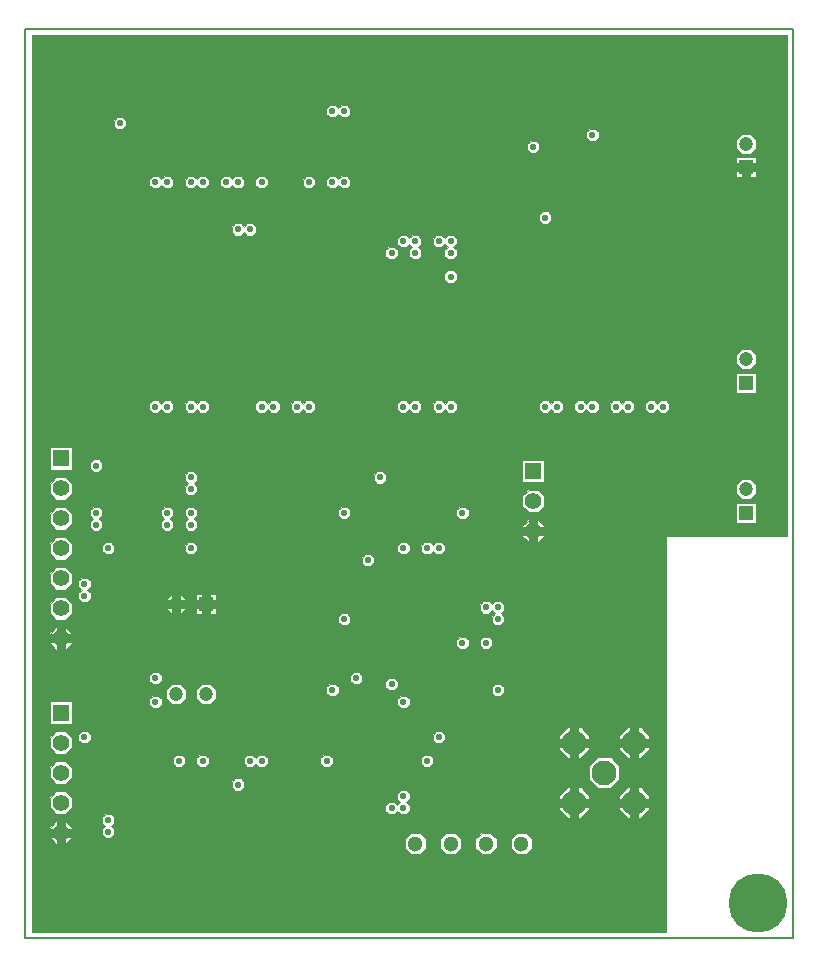
<source format=gbr>
%MOMM*%
%FSLAX33Y33*%
%ADD10C,0.200000*%
%ADD128C,0.100000*%
%ADD144C,1.300000*%
%ADD159C,1.400000*%
%ADD174C,0.750000*%
%ADD180C,0.550000*%
%ADD181C,5.000000*%
%ADD182R,1.400000X1.400000*%
%ADD183C,1.200000*%
%ADD184R,1.200000X1.200000*%
%ADD185C,2.100000*%
G90*G71*G01*D02*G54D10*X000000Y000000D02*X065000Y000000D01*X065000Y077000D01*
X000000Y077000D01*X000000Y000000D01*D02*G54D128*X000550Y000550D02*
X054200Y000550D01*X054200Y000550D02*X054200Y034050D01*X054200Y034050D02*
X064450Y034050D01*X064450Y034050D02*X064450Y076450D01*X064450Y076450D02*
X000550Y076450D01*X000550Y076450D02*X000550Y000550D01*X003950Y039670D02*
X003950Y041570D01*X003950Y041570D02*X002050Y041570D01*X002050Y041570D02*
X002050Y039670D01*X002050Y039670D02*X003950Y039670D01*X002607Y037130D02*
X003394Y037130D01*X003394Y037130D02*X003950Y037687D01*X003950Y037687D02*
X003950Y038474D01*X003950Y038474D02*X003394Y039030D01*X003394Y039030D02*
X002607Y039030D01*X002607Y039030D02*X002050Y038474D01*X002050Y038474D02*
X002050Y037687D01*X002050Y037687D02*X002607Y037130D01*X002607Y034590D02*
X003394Y034590D01*X003394Y034590D02*X003950Y035147D01*X003950Y035147D02*
X003950Y035934D01*X003950Y035934D02*X003394Y036490D01*X003394Y036490D02*
X002607Y036490D01*X002607Y036490D02*X002050Y035934D01*X002050Y035934D02*
X002050Y035147D01*X002050Y035147D02*X002607Y034590D01*X002607Y032050D02*
X003394Y032050D01*X003394Y032050D02*X003950Y032606D01*X003950Y032606D02*
X003950Y033394D01*X003950Y033394D02*X003394Y033950D01*X003394Y033950D02*
X002607Y033950D01*X002607Y033950D02*X002050Y033394D01*X002050Y033394D02*
X002050Y032606D01*X002050Y032606D02*X002607Y032050D01*X002607Y029510D02*
X003394Y029510D01*X003394Y029510D02*X003950Y030067D01*X003950Y030067D02*
X003950Y030854D01*X003950Y030854D02*X003394Y031410D01*X003394Y031410D02*
X002607Y031410D01*X002607Y031410D02*X002050Y030854D01*X002050Y030854D02*
X002050Y030067D01*X002050Y030067D02*X002607Y029510D01*X002607Y026970D02*
X003394Y026970D01*X003394Y026970D02*X003950Y027527D01*X003950Y027527D02*
X003950Y028314D01*X003950Y028314D02*X003394Y028870D01*X003394Y028870D02*
X002607Y028870D01*X002607Y028870D02*X002050Y028314D01*X002050Y028314D02*
X002050Y027527D01*X002050Y027527D02*X002607Y026970D01*X002607Y024430D02*
X003394Y024430D01*X003394Y024430D02*X003950Y024987D01*X003950Y024987D02*
X003950Y025774D01*X003950Y025774D02*X003394Y026330D01*X003394Y026330D02*
X002607Y026330D01*X002607Y026330D02*X002050Y025774D01*X002050Y025774D02*
X002050Y024987D01*X002050Y024987D02*X002607Y024430D01*X003950Y018130D02*
X003950Y020030D01*X003950Y020030D02*X002050Y020030D01*X002050Y020030D02*
X002050Y018130D01*X002050Y018130D02*X003950Y018130D01*X002607Y015590D02*
X003394Y015590D01*X003394Y015590D02*X003950Y016147D01*X003950Y016147D02*
X003950Y016934D01*X003950Y016934D02*X003394Y017490D01*X003394Y017490D02*
X002607Y017490D01*X002607Y017490D02*X002050Y016934D01*X002050Y016934D02*
X002050Y016147D01*X002050Y016147D02*X002607Y015590D01*X002607Y013050D02*
X003394Y013050D01*X003394Y013050D02*X003950Y013607D01*X003950Y013607D02*
X003950Y014394D01*X003950Y014394D02*X003394Y014950D01*X003394Y014950D02*
X002607Y014950D01*X002607Y014950D02*X002050Y014394D01*X002050Y014394D02*
X002050Y013607D01*X002050Y013607D02*X002607Y013050D01*X002607Y010510D02*
X003394Y010510D01*X003394Y010510D02*X003950Y011067D01*X003950Y011067D02*
X003950Y011854D01*X003950Y011854D02*X003394Y012410D01*X003394Y012410D02*
X002607Y012410D01*X002607Y012410D02*X002050Y011854D01*X002050Y011854D02*
X002050Y011067D01*X002050Y011067D02*X002607Y010510D01*X002607Y007970D02*
X003394Y007970D01*X003394Y007970D02*X003950Y008527D01*X003950Y008527D02*
X003950Y009314D01*X003950Y009314D02*X003394Y009870D01*X003394Y009870D02*
X002607Y009870D01*X002607Y009870D02*X002050Y009314D01*X002050Y009314D02*
X002050Y008527D01*X002050Y008527D02*X002607Y007970D01*X004783Y028475D02*
X005218Y028475D01*X005218Y028475D02*X005525Y028783D01*X005525Y028783D02*
X005525Y029218D01*X005525Y029218D02*X005243Y029500D01*X005243Y029500D02*
X005525Y029783D01*X005525Y029783D02*X005525Y030218D01*X005525Y030218D02*
X005218Y030525D01*X005218Y030525D02*X004783Y030525D01*X004783Y030525D02*
X004475Y030218D01*X004475Y030218D02*X004475Y029783D01*X004475Y029783D02*
X004757Y029500D01*X004757Y029500D02*X004475Y029218D01*X004475Y029218D02*
X004475Y028783D01*X004475Y028783D02*X004783Y028475D01*X004783Y016475D02*
X005218Y016475D01*X005218Y016475D02*X005525Y016783D01*X005525Y016783D02*
X005525Y017218D01*X005525Y017218D02*X005218Y017525D01*X005218Y017525D02*
X004783Y017525D01*X004783Y017525D02*X004475Y017218D01*X004475Y017218D02*
X004475Y016783D01*X004475Y016783D02*X004783Y016475D01*X005783Y039475D02*
X006218Y039475D01*X006218Y039475D02*X006525Y039783D01*X006525Y039783D02*
X006525Y040218D01*X006525Y040218D02*X006218Y040525D01*X006218Y040525D02*
X005783Y040525D01*X005783Y040525D02*X005475Y040218D01*X005475Y040218D02*
X005475Y039783D01*X005475Y039783D02*X005783Y039475D01*X005783Y034475D02*
X006218Y034475D01*X006218Y034475D02*X006525Y034783D01*X006525Y034783D02*
X006525Y035218D01*X006525Y035218D02*X006243Y035500D01*X006243Y035500D02*
X006525Y035783D01*X006525Y035783D02*X006525Y036218D01*X006525Y036218D02*
X006218Y036525D01*X006218Y036525D02*X005783Y036525D01*X005783Y036525D02*
X005475Y036218D01*X005475Y036218D02*X005475Y035783D01*X005475Y035783D02*
X005757Y035500D01*X005757Y035500D02*X005475Y035218D01*X005475Y035218D02*
X005475Y034783D01*X005475Y034783D02*X005783Y034475D01*X006783Y032475D02*
X007218Y032475D01*X007218Y032475D02*X007525Y032783D01*X007525Y032783D02*
X007525Y033218D01*X007525Y033218D02*X007218Y033525D01*X007218Y033525D02*
X006783Y033525D01*X006783Y033525D02*X006475Y033218D01*X006475Y033218D02*
X006475Y032783D01*X006475Y032783D02*X006783Y032475D01*X006783Y008475D02*
X007218Y008475D01*X007218Y008475D02*X007525Y008783D01*X007525Y008783D02*
X007525Y009218D01*X007525Y009218D02*X007243Y009500D01*X007243Y009500D02*
X007525Y009783D01*X007525Y009783D02*X007525Y010218D01*X007525Y010218D02*
X007218Y010525D01*X007218Y010525D02*X006783Y010525D01*X006783Y010525D02*
X006475Y010218D01*X006475Y010218D02*X006475Y009783D01*X006475Y009783D02*
X006757Y009500D01*X006757Y009500D02*X006475Y009218D01*X006475Y009218D02*
X006475Y008783D01*X006475Y008783D02*X006783Y008475D01*X007783Y068475D02*
X008218Y068475D01*X008218Y068475D02*X008525Y068783D01*X008525Y068783D02*
X008525Y069218D01*X008525Y069218D02*X008218Y069525D01*X008218Y069525D02*
X007783Y069525D01*X007783Y069525D02*X007475Y069218D01*X007475Y069218D02*
X007475Y068783D01*X007475Y068783D02*X007783Y068475D01*X010783Y063475D02*
X011218Y063475D01*X011218Y063475D02*X011500Y063757D01*X011500Y063757D02*
X011783Y063475D01*X011783Y063475D02*X012218Y063475D01*X012218Y063475D02*
X012525Y063783D01*X012525Y063783D02*X012525Y064218D01*X012525Y064218D02*
X012218Y064525D01*X012218Y064525D02*X011783Y064525D01*X011783Y064525D02*
X011500Y064243D01*X011500Y064243D02*X011218Y064525D01*X011218Y064525D02*
X010783Y064525D01*X010783Y064525D02*X010475Y064218D01*X010475Y064218D02*
X010475Y063783D01*X010475Y063783D02*X010783Y063475D01*X010783Y044475D02*
X011218Y044475D01*X011218Y044475D02*X011500Y044757D01*X011500Y044757D02*
X011783Y044475D01*X011783Y044475D02*X012218Y044475D01*X012218Y044475D02*
X012525Y044783D01*X012525Y044783D02*X012525Y045218D01*X012525Y045218D02*
X012218Y045525D01*X012218Y045525D02*X011783Y045525D01*X011783Y045525D02*
X011500Y045243D01*X011500Y045243D02*X011218Y045525D01*X011218Y045525D02*
X010783Y045525D01*X010783Y045525D02*X010475Y045218D01*X010475Y045218D02*
X010475Y044783D01*X010475Y044783D02*X010783Y044475D01*X010783Y021475D02*
X011218Y021475D01*X011218Y021475D02*X011525Y021783D01*X011525Y021783D02*
X011525Y022218D01*X011525Y022218D02*X011218Y022525D01*X011218Y022525D02*
X010783Y022525D01*X010783Y022525D02*X010475Y022218D01*X010475Y022218D02*
X010475Y021783D01*X010475Y021783D02*X010783Y021475D01*X010783Y019475D02*
X011218Y019475D01*X011218Y019475D02*X011525Y019783D01*X011525Y019783D02*
X011525Y020218D01*X011525Y020218D02*X011218Y020525D01*X011218Y020525D02*
X010783Y020525D01*X010783Y020525D02*X010475Y020218D01*X010475Y020218D02*
X010475Y019783D01*X010475Y019783D02*X010783Y019475D01*X011783Y034475D02*
X012218Y034475D01*X012218Y034475D02*X012525Y034783D01*X012525Y034783D02*
X012525Y035218D01*X012525Y035218D02*X012243Y035500D01*X012243Y035500D02*
X012525Y035783D01*X012525Y035783D02*X012525Y036218D01*X012525Y036218D02*
X012218Y036525D01*X012218Y036525D02*X011783Y036525D01*X011783Y036525D02*
X011475Y036218D01*X011475Y036218D02*X011475Y035783D01*X011475Y035783D02*
X011757Y035500D01*X011757Y035500D02*X011475Y035218D01*X011475Y035218D02*
X011475Y034783D01*X011475Y034783D02*X011783Y034475D01*X012378Y027460D02*
X013082Y027460D01*X013082Y027460D02*X013580Y027958D01*X013580Y027958D02*
X013580Y028662D01*X013580Y028662D02*X013082Y029160D01*X013082Y029160D02*
X012378Y029160D01*X012378Y029160D02*X011880Y028662D01*X011880Y028662D02*
X011880Y027958D01*X011880Y027958D02*X012378Y027460D01*X012378Y019840D02*
X013082Y019840D01*X013082Y019840D02*X013580Y020338D01*X013580Y020338D02*
X013580Y021042D01*X013580Y021042D02*X013082Y021540D01*X013082Y021540D02*
X012378Y021540D01*X012378Y021540D02*X011880Y021042D01*X011880Y021042D02*
X011880Y020338D01*X011880Y020338D02*X012378Y019840D01*X012783Y014475D02*
X013218Y014475D01*X013218Y014475D02*X013525Y014783D01*X013525Y014783D02*
X013525Y015218D01*X013525Y015218D02*X013218Y015525D01*X013218Y015525D02*
X012783Y015525D01*X012783Y015525D02*X012475Y015218D01*X012475Y015218D02*
X012475Y014783D01*X012475Y014783D02*X012783Y014475D01*X013783Y063475D02*
X014218Y063475D01*X014218Y063475D02*X014500Y063757D01*X014500Y063757D02*
X014783Y063475D01*X014783Y063475D02*X015218Y063475D01*X015218Y063475D02*
X015525Y063783D01*X015525Y063783D02*X015525Y064218D01*X015525Y064218D02*
X015218Y064525D01*X015218Y064525D02*X014783Y064525D01*X014783Y064525D02*
X014500Y064243D01*X014500Y064243D02*X014218Y064525D01*X014218Y064525D02*
X013783Y064525D01*X013783Y064525D02*X013475Y064218D01*X013475Y064218D02*
X013475Y063783D01*X013475Y063783D02*X013783Y063475D01*X013783Y044475D02*
X014218Y044475D01*X014218Y044475D02*X014500Y044757D01*X014500Y044757D02*
X014783Y044475D01*X014783Y044475D02*X015218Y044475D01*X015218Y044475D02*
X015525Y044783D01*X015525Y044783D02*X015525Y045218D01*X015525Y045218D02*
X015218Y045525D01*X015218Y045525D02*X014783Y045525D01*X014783Y045525D02*
X014500Y045243D01*X014500Y045243D02*X014218Y045525D01*X014218Y045525D02*
X013783Y045525D01*X013783Y045525D02*X013475Y045218D01*X013475Y045218D02*
X013475Y044783D01*X013475Y044783D02*X013783Y044475D01*X013783Y037475D02*
X014218Y037475D01*X014218Y037475D02*X014525Y037783D01*X014525Y037783D02*
X014525Y038218D01*X014525Y038218D02*X014243Y038500D01*X014243Y038500D02*
X014525Y038783D01*X014525Y038783D02*X014525Y039218D01*X014525Y039218D02*
X014218Y039525D01*X014218Y039525D02*X013783Y039525D01*X013783Y039525D02*
X013475Y039218D01*X013475Y039218D02*X013475Y038783D01*X013475Y038783D02*
X013757Y038500D01*X013757Y038500D02*X013475Y038218D01*X013475Y038218D02*
X013475Y037783D01*X013475Y037783D02*X013783Y037475D01*X013783Y034475D02*
X014218Y034475D01*X014218Y034475D02*X014525Y034783D01*X014525Y034783D02*
X014525Y035218D01*X014525Y035218D02*X014243Y035500D01*X014243Y035500D02*
X014525Y035783D01*X014525Y035783D02*X014525Y036218D01*X014525Y036218D02*
X014218Y036525D01*X014218Y036525D02*X013783Y036525D01*X013783Y036525D02*
X013475Y036218D01*X013475Y036218D02*X013475Y035783D01*X013475Y035783D02*
X013757Y035500D01*X013757Y035500D02*X013475Y035218D01*X013475Y035218D02*
X013475Y034783D01*X013475Y034783D02*X013783Y034475D01*X013783Y032475D02*
X014218Y032475D01*X014218Y032475D02*X014525Y032783D01*X014525Y032783D02*
X014525Y033218D01*X014525Y033218D02*X014218Y033525D01*X014218Y033525D02*
X013783Y033525D01*X013783Y033525D02*X013475Y033218D01*X013475Y033218D02*
X013475Y032783D01*X013475Y032783D02*X013783Y032475D01*X016120Y027460D02*
X016120Y029160D01*X016120Y029160D02*X014420Y029160D01*X014420Y029160D02*
X014420Y027460D01*X014420Y027460D02*X016120Y027460D01*X014918Y019840D02*
X015622Y019840D01*X015622Y019840D02*X016120Y020338D01*X016120Y020338D02*
X016120Y021042D01*X016120Y021042D02*X015622Y021540D01*X015622Y021540D02*
X014918Y021540D01*X014918Y021540D02*X014420Y021042D01*X014420Y021042D02*
X014420Y020338D01*X014420Y020338D02*X014918Y019840D01*X014783Y014475D02*
X015218Y014475D01*X015218Y014475D02*X015525Y014783D01*X015525Y014783D02*
X015525Y015218D01*X015525Y015218D02*X015218Y015525D01*X015218Y015525D02*
X014783Y015525D01*X014783Y015525D02*X014475Y015218D01*X014475Y015218D02*
X014475Y014783D01*X014475Y014783D02*X014783Y014475D01*X016783Y063475D02*
X017218Y063475D01*X017218Y063475D02*X017500Y063757D01*X017500Y063757D02*
X017783Y063475D01*X017783Y063475D02*X018218Y063475D01*X018218Y063475D02*
X018525Y063783D01*X018525Y063783D02*X018525Y064218D01*X018525Y064218D02*
X018218Y064525D01*X018218Y064525D02*X017783Y064525D01*X017783Y064525D02*
X017500Y064243D01*X017500Y064243D02*X017218Y064525D01*X017218Y064525D02*
X016783Y064525D01*X016783Y064525D02*X016475Y064218D01*X016475Y064218D02*
X016475Y063783D01*X016475Y063783D02*X016783Y063475D01*X017783Y059475D02*
X018218Y059475D01*X018218Y059475D02*X018500Y059757D01*X018500Y059757D02*
X018783Y059475D01*X018783Y059475D02*X019218Y059475D01*X019218Y059475D02*
X019525Y059783D01*X019525Y059783D02*X019525Y060218D01*X019525Y060218D02*
X019218Y060525D01*X019218Y060525D02*X018783Y060525D01*X018783Y060525D02*
X018500Y060243D01*X018500Y060243D02*X018218Y060525D01*X018218Y060525D02*
X017783Y060525D01*X017783Y060525D02*X017475Y060218D01*X017475Y060218D02*
X017475Y059783D01*X017475Y059783D02*X017783Y059475D01*X017783Y012475D02*
X018218Y012475D01*X018218Y012475D02*X018525Y012783D01*X018525Y012783D02*
X018525Y013218D01*X018525Y013218D02*X018218Y013525D01*X018218Y013525D02*
X017783Y013525D01*X017783Y013525D02*X017475Y013218D01*X017475Y013218D02*
X017475Y012783D01*X017475Y012783D02*X017783Y012475D01*X019783Y063475D02*
X020218Y063475D01*X020218Y063475D02*X020525Y063783D01*X020525Y063783D02*
X020525Y064218D01*X020525Y064218D02*X020218Y064525D01*X020218Y064525D02*
X019783Y064525D01*X019783Y064525D02*X019475Y064218D01*X019475Y064218D02*
X019475Y063783D01*X019475Y063783D02*X019783Y063475D01*X019783Y044475D02*
X020218Y044475D01*X020218Y044475D02*X020500Y044757D01*X020500Y044757D02*
X020783Y044475D01*X020783Y044475D02*X021218Y044475D01*X021218Y044475D02*
X021525Y044783D01*X021525Y044783D02*X021525Y045218D01*X021525Y045218D02*
X021218Y045525D01*X021218Y045525D02*X020783Y045525D01*X020783Y045525D02*
X020500Y045243D01*X020500Y045243D02*X020218Y045525D01*X020218Y045525D02*
X019783Y045525D01*X019783Y045525D02*X019475Y045218D01*X019475Y045218D02*
X019475Y044783D01*X019475Y044783D02*X019783Y044475D01*X018783Y014475D02*
X019218Y014475D01*X019218Y014475D02*X019500Y014757D01*X019500Y014757D02*
X019783Y014475D01*X019783Y014475D02*X020218Y014475D01*X020218Y014475D02*
X020525Y014783D01*X020525Y014783D02*X020525Y015218D01*X020525Y015218D02*
X020218Y015525D01*X020218Y015525D02*X019783Y015525D01*X019783Y015525D02*
X019500Y015243D01*X019500Y015243D02*X019218Y015525D01*X019218Y015525D02*
X018783Y015525D01*X018783Y015525D02*X018475Y015218D01*X018475Y015218D02*
X018475Y014783D01*X018475Y014783D02*X018783Y014475D01*X023783Y063475D02*
X024218Y063475D01*X024218Y063475D02*X024525Y063783D01*X024525Y063783D02*
X024525Y064218D01*X024525Y064218D02*X024218Y064525D01*X024218Y064525D02*
X023783Y064525D01*X023783Y064525D02*X023475Y064218D01*X023475Y064218D02*
X023475Y063783D01*X023475Y063783D02*X023783Y063475D01*X022783Y044475D02*
X023218Y044475D01*X023218Y044475D02*X023500Y044757D01*X023500Y044757D02*
X023783Y044475D01*X023783Y044475D02*X024218Y044475D01*X024218Y044475D02*
X024525Y044783D01*X024525Y044783D02*X024525Y045218D01*X024525Y045218D02*
X024218Y045525D01*X024218Y045525D02*X023783Y045525D01*X023783Y045525D02*
X023500Y045243D01*X023500Y045243D02*X023218Y045525D01*X023218Y045525D02*
X022783Y045525D01*X022783Y045525D02*X022475Y045218D01*X022475Y045218D02*
X022475Y044783D01*X022475Y044783D02*X022783Y044475D01*X025783Y069475D02*
X026218Y069475D01*X026218Y069475D02*X026500Y069757D01*X026500Y069757D02*
X026783Y069475D01*X026783Y069475D02*X027218Y069475D01*X027218Y069475D02*
X027525Y069783D01*X027525Y069783D02*X027525Y070218D01*X027525Y070218D02*
X027218Y070525D01*X027218Y070525D02*X026783Y070525D01*X026783Y070525D02*
X026500Y070243D01*X026500Y070243D02*X026218Y070525D01*X026218Y070525D02*
X025783Y070525D01*X025783Y070525D02*X025475Y070218D01*X025475Y070218D02*
X025475Y069783D01*X025475Y069783D02*X025783Y069475D01*X025783Y063475D02*
X026218Y063475D01*X026218Y063475D02*X026500Y063757D01*X026500Y063757D02*
X026783Y063475D01*X026783Y063475D02*X027218Y063475D01*X027218Y063475D02*
X027525Y063783D01*X027525Y063783D02*X027525Y064218D01*X027525Y064218D02*
X027218Y064525D01*X027218Y064525D02*X026783Y064525D01*X026783Y064525D02*
X026500Y064243D01*X026500Y064243D02*X026218Y064525D01*X026218Y064525D02*
X025783Y064525D01*X025783Y064525D02*X025475Y064218D01*X025475Y064218D02*
X025475Y063783D01*X025475Y063783D02*X025783Y063475D01*X025783Y020475D02*
X026218Y020475D01*X026218Y020475D02*X026525Y020783D01*X026525Y020783D02*
X026525Y021218D01*X026525Y021218D02*X026218Y021525D01*X026218Y021525D02*
X025783Y021525D01*X025783Y021525D02*X025475Y021218D01*X025475Y021218D02*
X025475Y020783D01*X025475Y020783D02*X025783Y020475D01*X025283Y014475D02*
X025718Y014475D01*X025718Y014475D02*X026025Y014783D01*X026025Y014783D02*
X026025Y015218D01*X026025Y015218D02*X025718Y015525D01*X025718Y015525D02*
X025283Y015525D01*X025283Y015525D02*X024975Y015218D01*X024975Y015218D02*
X024975Y014783D01*X024975Y014783D02*X025283Y014475D01*X026783Y035475D02*
X027218Y035475D01*X027218Y035475D02*X027525Y035783D01*X027525Y035783D02*
X027525Y036218D01*X027525Y036218D02*X027218Y036525D01*X027218Y036525D02*
X026783Y036525D01*X026783Y036525D02*X026475Y036218D01*X026475Y036218D02*
X026475Y035783D01*X026475Y035783D02*X026783Y035475D01*X026783Y026475D02*
X027218Y026475D01*X027218Y026475D02*X027525Y026783D01*X027525Y026783D02*
X027525Y027218D01*X027525Y027218D02*X027218Y027525D01*X027218Y027525D02*
X026783Y027525D01*X026783Y027525D02*X026475Y027218D01*X026475Y027218D02*
X026475Y026783D01*X026475Y026783D02*X026783Y026475D01*X027783Y021475D02*
X028218Y021475D01*X028218Y021475D02*X028525Y021783D01*X028525Y021783D02*
X028525Y022218D01*X028525Y022218D02*X028218Y022525D01*X028218Y022525D02*
X027783Y022525D01*X027783Y022525D02*X027475Y022218D01*X027475Y022218D02*
X027475Y021783D01*X027475Y021783D02*X027783Y021475D01*X028783Y031475D02*
X029218Y031475D01*X029218Y031475D02*X029525Y031783D01*X029525Y031783D02*
X029525Y032218D01*X029525Y032218D02*X029218Y032525D01*X029218Y032525D02*
X028783Y032525D01*X028783Y032525D02*X028475Y032218D01*X028475Y032218D02*
X028475Y031783D01*X028475Y031783D02*X028783Y031475D01*X029783Y038475D02*
X030218Y038475D01*X030218Y038475D02*X030525Y038783D01*X030525Y038783D02*
X030525Y039218D01*X030525Y039218D02*X030218Y039525D01*X030218Y039525D02*
X029783Y039525D01*X029783Y039525D02*X029475Y039218D01*X029475Y039218D02*
X029475Y038783D01*X029475Y038783D02*X029783Y038475D01*X030783Y057475D02*
X031218Y057475D01*X031218Y057475D02*X031525Y057783D01*X031525Y057783D02*
X031525Y058218D01*X031525Y058218D02*X031218Y058525D01*X031218Y058525D02*
X030783Y058525D01*X030783Y058525D02*X030475Y058218D01*X030475Y058218D02*
X030475Y057783D01*X030475Y057783D02*X030783Y057475D01*X030783Y020975D02*
X031218Y020975D01*X031218Y020975D02*X031525Y021283D01*X031525Y021283D02*
X031525Y021718D01*X031525Y021718D02*X031218Y022025D01*X031218Y022025D02*
X030783Y022025D01*X030783Y022025D02*X030475Y021718D01*X030475Y021718D02*
X030475Y021283D01*X030475Y021283D02*X030783Y020975D01*X031783Y058475D02*
X032218Y058475D01*X032218Y058475D02*X032500Y058757D01*X032500Y058757D02*
X032757Y058500D01*X032757Y058500D02*X032475Y058218D01*X032475Y058218D02*
X032475Y057783D01*X032475Y057783D02*X032783Y057475D01*X032783Y057475D02*
X033218Y057475D01*X033218Y057475D02*X033525Y057783D01*X033525Y057783D02*
X033525Y058218D01*X033525Y058218D02*X033243Y058500D01*X033243Y058500D02*
X033525Y058783D01*X033525Y058783D02*X033525Y059218D01*X033525Y059218D02*
X033218Y059525D01*X033218Y059525D02*X032783Y059525D01*X032783Y059525D02*
X032500Y059243D01*X032500Y059243D02*X032218Y059525D01*X032218Y059525D02*
X031783Y059525D01*X031783Y059525D02*X031475Y059218D01*X031475Y059218D02*
X031475Y058783D01*X031475Y058783D02*X031783Y058475D01*X031783Y044475D02*
X032218Y044475D01*X032218Y044475D02*X032500Y044757D01*X032500Y044757D02*
X032783Y044475D01*X032783Y044475D02*X033218Y044475D01*X033218Y044475D02*
X033525Y044783D01*X033525Y044783D02*X033525Y045218D01*X033525Y045218D02*
X033218Y045525D01*X033218Y045525D02*X032783Y045525D01*X032783Y045525D02*
X032500Y045243D01*X032500Y045243D02*X032218Y045525D01*X032218Y045525D02*
X031783Y045525D01*X031783Y045525D02*X031475Y045218D01*X031475Y045218D02*
X031475Y044783D01*X031475Y044783D02*X031783Y044475D01*X031783Y032475D02*
X032218Y032475D01*X032218Y032475D02*X032525Y032783D01*X032525Y032783D02*
X032525Y033218D01*X032525Y033218D02*X032218Y033525D01*X032218Y033525D02*
X031783Y033525D01*X031783Y033525D02*X031475Y033218D01*X031475Y033218D02*
X031475Y032783D01*X031475Y032783D02*X031783Y032475D01*X031783Y019475D02*
X032218Y019475D01*X032218Y019475D02*X032525Y019783D01*X032525Y019783D02*
X032525Y020218D01*X032525Y020218D02*X032218Y020525D01*X032218Y020525D02*
X031783Y020525D01*X031783Y020525D02*X031475Y020218D01*X031475Y020218D02*
X031475Y019783D01*X031475Y019783D02*X031783Y019475D01*X030783Y010475D02*
X031218Y010475D01*X031218Y010475D02*X031500Y010757D01*X031500Y010757D02*
X031783Y010475D01*X031783Y010475D02*X032218Y010475D01*X032218Y010475D02*
X032525Y010783D01*X032525Y010783D02*X032525Y011218D01*X032525Y011218D02*
X032243Y011500D01*X032243Y011500D02*X032525Y011783D01*X032525Y011783D02*
X032525Y012218D01*X032525Y012218D02*X032218Y012525D01*X032218Y012525D02*
X031783Y012525D01*X031783Y012525D02*X031475Y012218D01*X031475Y012218D02*
X031475Y011783D01*X031475Y011783D02*X031757Y011500D01*X031757Y011500D02*
X031500Y011243D01*X031500Y011243D02*X031218Y011525D01*X031218Y011525D02*
X030783Y011525D01*X030783Y011525D02*X030475Y011218D01*X030475Y011218D02*
X030475Y010783D01*X030475Y010783D02*X030783Y010475D01*X032627Y007100D02*
X033373Y007100D01*X033373Y007100D02*X033900Y007627D01*X033900Y007627D02*
X033900Y008373D01*X033900Y008373D02*X033373Y008900D01*X033373Y008900D02*
X032627Y008900D01*X032627Y008900D02*X032100Y008373D01*X032100Y008373D02*
X032100Y007627D01*X032100Y007627D02*X032627Y007100D01*X034783Y058475D02*
X035218Y058475D01*X035218Y058475D02*X035500Y058757D01*X035500Y058757D02*
X035757Y058500D01*X035757Y058500D02*X035475Y058218D01*X035475Y058218D02*
X035475Y057783D01*X035475Y057783D02*X035783Y057475D01*X035783Y057475D02*
X036218Y057475D01*X036218Y057475D02*X036525Y057783D01*X036525Y057783D02*
X036525Y058218D01*X036525Y058218D02*X036243Y058500D01*X036243Y058500D02*
X036525Y058783D01*X036525Y058783D02*X036525Y059218D01*X036525Y059218D02*
X036218Y059525D01*X036218Y059525D02*X035783Y059525D01*X035783Y059525D02*
X035500Y059243D01*X035500Y059243D02*X035218Y059525D01*X035218Y059525D02*
X034783Y059525D01*X034783Y059525D02*X034475Y059218D01*X034475Y059218D02*
X034475Y058783D01*X034475Y058783D02*X034783Y058475D01*X035783Y055475D02*
X036218Y055475D01*X036218Y055475D02*X036525Y055783D01*X036525Y055783D02*
X036525Y056218D01*X036525Y056218D02*X036218Y056525D01*X036218Y056525D02*
X035783Y056525D01*X035783Y056525D02*X035475Y056218D01*X035475Y056218D02*
X035475Y055783D01*X035475Y055783D02*X035783Y055475D01*X034783Y044475D02*
X035218Y044475D01*X035218Y044475D02*X035500Y044757D01*X035500Y044757D02*
X035783Y044475D01*X035783Y044475D02*X036218Y044475D01*X036218Y044475D02*
X036525Y044783D01*X036525Y044783D02*X036525Y045218D01*X036525Y045218D02*
X036218Y045525D01*X036218Y045525D02*X035783Y045525D01*X035783Y045525D02*
X035500Y045243D01*X035500Y045243D02*X035218Y045525D01*X035218Y045525D02*
X034783Y045525D01*X034783Y045525D02*X034475Y045218D01*X034475Y045218D02*
X034475Y044783D01*X034475Y044783D02*X034783Y044475D01*X033783Y032475D02*
X034218Y032475D01*X034218Y032475D02*X034500Y032757D01*X034500Y032757D02*
X034783Y032475D01*X034783Y032475D02*X035218Y032475D01*X035218Y032475D02*
X035525Y032783D01*X035525Y032783D02*X035525Y033218D01*X035525Y033218D02*
X035218Y033525D01*X035218Y033525D02*X034783Y033525D01*X034783Y033525D02*
X034500Y033243D01*X034500Y033243D02*X034218Y033525D01*X034218Y033525D02*
X033783Y033525D01*X033783Y033525D02*X033475Y033218D01*X033475Y033218D02*
X033475Y032783D01*X033475Y032783D02*X033783Y032475D01*X033783Y014475D02*
X034218Y014475D01*X034218Y014475D02*X034525Y014783D01*X034525Y014783D02*
X034525Y015218D01*X034525Y015218D02*X034218Y015525D01*X034218Y015525D02*
X033783Y015525D01*X033783Y015525D02*X033475Y015218D01*X033475Y015218D02*
X033475Y014783D01*X033475Y014783D02*X033783Y014475D01*X034783Y016475D02*
X035218Y016475D01*X035218Y016475D02*X035525Y016783D01*X035525Y016783D02*
X035525Y017218D01*X035525Y017218D02*X035218Y017525D01*X035218Y017525D02*
X034783Y017525D01*X034783Y017525D02*X034475Y017218D01*X034475Y017218D02*
X034475Y016783D01*X034475Y016783D02*X034783Y016475D01*X035627Y007100D02*
X036373Y007100D01*X036373Y007100D02*X036900Y007627D01*X036900Y007627D02*
X036900Y008373D01*X036900Y008373D02*X036373Y008900D01*X036373Y008900D02*
X035627Y008900D01*X035627Y008900D02*X035100Y008373D01*X035100Y008373D02*
X035100Y007627D01*X035100Y007627D02*X035627Y007100D01*X036783Y035475D02*
X037218Y035475D01*X037218Y035475D02*X037525Y035783D01*X037525Y035783D02*
X037525Y036218D01*X037525Y036218D02*X037218Y036525D01*X037218Y036525D02*
X036783Y036525D01*X036783Y036525D02*X036475Y036218D01*X036475Y036218D02*
X036475Y035783D01*X036475Y035783D02*X036783Y035475D01*X036783Y024475D02*
X037218Y024475D01*X037218Y024475D02*X037525Y024783D01*X037525Y024783D02*
X037525Y025218D01*X037525Y025218D02*X037218Y025525D01*X037218Y025525D02*
X036783Y025525D01*X036783Y025525D02*X036475Y025218D01*X036475Y025218D02*
X036475Y024783D01*X036475Y024783D02*X036783Y024475D01*X038783Y027475D02*
X039218Y027475D01*X039218Y027475D02*X039500Y027757D01*X039500Y027757D02*
X039757Y027500D01*X039757Y027500D02*X039475Y027218D01*X039475Y027218D02*
X039475Y026783D01*X039475Y026783D02*X039783Y026475D01*X039783Y026475D02*
X040218Y026475D01*X040218Y026475D02*X040525Y026783D01*X040525Y026783D02*
X040525Y027218D01*X040525Y027218D02*X040243Y027500D01*X040243Y027500D02*
X040525Y027783D01*X040525Y027783D02*X040525Y028218D01*X040525Y028218D02*
X040218Y028525D01*X040218Y028525D02*X039783Y028525D01*X039783Y028525D02*
X039500Y028243D01*X039500Y028243D02*X039218Y028525D01*X039218Y028525D02*
X038783Y028525D01*X038783Y028525D02*X038475Y028218D01*X038475Y028218D02*
X038475Y027783D01*X038475Y027783D02*X038783Y027475D01*X038783Y024475D02*
X039218Y024475D01*X039218Y024475D02*X039525Y024783D01*X039525Y024783D02*
X039525Y025218D01*X039525Y025218D02*X039218Y025525D01*X039218Y025525D02*
X038783Y025525D01*X038783Y025525D02*X038475Y025218D01*X038475Y025218D02*
X038475Y024783D01*X038475Y024783D02*X038783Y024475D01*X038627Y007100D02*
X039373Y007100D01*X039373Y007100D02*X039900Y007627D01*X039900Y007627D02*
X039900Y008373D01*X039900Y008373D02*X039373Y008900D01*X039373Y008900D02*
X038627Y008900D01*X038627Y008900D02*X038100Y008373D01*X038100Y008373D02*
X038100Y007627D01*X038100Y007627D02*X038627Y007100D01*X039783Y020475D02*
X040218Y020475D01*X040218Y020475D02*X040525Y020783D01*X040525Y020783D02*
X040525Y021218D01*X040525Y021218D02*X040218Y021525D01*X040218Y021525D02*
X039783Y021525D01*X039783Y021525D02*X039475Y021218D01*X039475Y021218D02*
X039475Y020783D01*X039475Y020783D02*X039783Y020475D01*X042783Y066475D02*
X043218Y066475D01*X043218Y066475D02*X043525Y066783D01*X043525Y066783D02*
X043525Y067218D01*X043525Y067218D02*X043218Y067525D01*X043218Y067525D02*
X042783Y067525D01*X042783Y067525D02*X042475Y067218D01*X042475Y067218D02*
X042475Y066783D01*X042475Y066783D02*X042783Y066475D01*X043783Y060475D02*
X044218Y060475D01*X044218Y060475D02*X044525Y060783D01*X044525Y060783D02*
X044525Y061218D01*X044525Y061218D02*X044218Y061525D01*X044218Y061525D02*
X043783Y061525D01*X043783Y061525D02*X043475Y061218D01*X043475Y061218D02*
X043475Y060783D01*X043475Y060783D02*X043783Y060475D01*X043783Y044475D02*
X044218Y044475D01*X044218Y044475D02*X044500Y044757D01*X044500Y044757D02*
X044783Y044475D01*X044783Y044475D02*X045218Y044475D01*X045218Y044475D02*
X045525Y044783D01*X045525Y044783D02*X045525Y045218D01*X045525Y045218D02*
X045218Y045525D01*X045218Y045525D02*X044783Y045525D01*X044783Y045525D02*
X044500Y045243D01*X044500Y045243D02*X044218Y045525D01*X044218Y045525D02*
X043783Y045525D01*X043783Y045525D02*X043475Y045218D01*X043475Y045218D02*
X043475Y044783D01*X043475Y044783D02*X043783Y044475D01*X043950Y038590D02*
X043950Y040490D01*X043950Y040490D02*X042050Y040490D01*X042050Y040490D02*
X042050Y038590D01*X042050Y038590D02*X043950Y038590D01*X042607Y036050D02*
X043394Y036050D01*X043394Y036050D02*X043950Y036607D01*X043950Y036607D02*
X043950Y037394D01*X043950Y037394D02*X043394Y037950D01*X043394Y037950D02*
X042607Y037950D01*X042607Y037950D02*X042050Y037394D01*X042050Y037394D02*
X042050Y036607D01*X042050Y036607D02*X042607Y036050D01*X042607Y033510D02*
X043394Y033510D01*X043394Y033510D02*X043950Y034067D01*X043950Y034067D02*
X043950Y034854D01*X043950Y034854D02*X043394Y035410D01*X043394Y035410D02*
X042607Y035410D01*X042607Y035410D02*X042050Y034854D01*X042050Y034854D02*
X042050Y034067D01*X042050Y034067D02*X042607Y033510D01*X041627Y007100D02*
X042373Y007100D01*X042373Y007100D02*X042900Y007627D01*X042900Y007627D02*
X042900Y008373D01*X042900Y008373D02*X042373Y008900D01*X042373Y008900D02*
X041627Y008900D01*X041627Y008900D02*X041100Y008373D01*X041100Y008373D02*
X041100Y007627D01*X041100Y007627D02*X041627Y007100D01*X047783Y067475D02*
X048218Y067475D01*X048218Y067475D02*X048525Y067783D01*X048525Y067783D02*
X048525Y068218D01*X048525Y068218D02*X048218Y068525D01*X048218Y068525D02*
X047783Y068525D01*X047783Y068525D02*X047475Y068218D01*X047475Y068218D02*
X047475Y067783D01*X047475Y067783D02*X047783Y067475D01*X046783Y044475D02*
X047218Y044475D01*X047218Y044475D02*X047500Y044757D01*X047500Y044757D02*
X047783Y044475D01*X047783Y044475D02*X048218Y044475D01*X048218Y044475D02*
X048525Y044783D01*X048525Y044783D02*X048525Y045218D01*X048525Y045218D02*
X048218Y045525D01*X048218Y045525D02*X047783Y045525D01*X047783Y045525D02*
X047500Y045243D01*X047500Y045243D02*X047218Y045525D01*X047218Y045525D02*
X046783Y045525D01*X046783Y045525D02*X046475Y045218D01*X046475Y045218D02*
X046475Y044783D01*X046475Y044783D02*X046783Y044475D01*X045922Y015240D02*
X046999Y015240D01*X046999Y015240D02*X047760Y016002D01*X047760Y016002D02*
X047760Y017079D01*X047760Y017079D02*X046999Y017840D01*X046999Y017840D02*
X045922Y017840D01*X045922Y017840D02*X045160Y017079D01*X045160Y017079D02*
X045160Y016002D01*X045160Y016002D02*X045922Y015240D01*X045922Y010160D02*
X046999Y010160D01*X046999Y010160D02*X047760Y010922D01*X047760Y010922D02*
X047760Y011999D01*X047760Y011999D02*X046999Y012760D01*X046999Y012760D02*
X045922Y012760D01*X045922Y012760D02*X045160Y011999D01*X045160Y011999D02*
X045160Y010922D01*X045160Y010922D02*X045922Y010160D01*X049783Y044475D02*
X050218Y044475D01*X050218Y044475D02*X050500Y044757D01*X050500Y044757D02*
X050783Y044475D01*X050783Y044475D02*X051218Y044475D01*X051218Y044475D02*
X051525Y044783D01*X051525Y044783D02*X051525Y045218D01*X051525Y045218D02*
X051218Y045525D01*X051218Y045525D02*X050783Y045525D01*X050783Y045525D02*
X050500Y045243D01*X050500Y045243D02*X050218Y045525D01*X050218Y045525D02*
X049783Y045525D01*X049783Y045525D02*X049475Y045218D01*X049475Y045218D02*
X049475Y044783D01*X049475Y044783D02*X049783Y044475D01*X048462Y012700D02*
X049539Y012700D01*X049539Y012700D02*X050300Y013462D01*X050300Y013462D02*
X050300Y014539D01*X050300Y014539D02*X049539Y015300D01*X049539Y015300D02*
X048462Y015300D01*X048462Y015300D02*X047700Y014539D01*X047700Y014539D02*
X047700Y013462D01*X047700Y013462D02*X048462Y012700D01*X051002Y015240D02*
X052079Y015240D01*X052079Y015240D02*X052840Y016002D01*X052840Y016002D02*
X052840Y017079D01*X052840Y017079D02*X052079Y017840D01*X052079Y017840D02*
X051002Y017840D01*X051002Y017840D02*X050240Y017079D01*X050240Y017079D02*
X050240Y016002D01*X050240Y016002D02*X051002Y015240D01*X051002Y010160D02*
X052079Y010160D01*X052079Y010160D02*X052840Y010922D01*X052840Y010922D02*
X052840Y011999D01*X052840Y011999D02*X052079Y012760D01*X052079Y012760D02*
X051002Y012760D01*X051002Y012760D02*X050240Y011999D01*X050240Y011999D02*
X050240Y010922D01*X050240Y010922D02*X051002Y010160D01*X052783Y044475D02*
X053218Y044475D01*X053218Y044475D02*X053500Y044757D01*X053500Y044757D02*
X053783Y044475D01*X053783Y044475D02*X054218Y044475D01*X054218Y044475D02*
X054525Y044783D01*X054525Y044783D02*X054525Y045218D01*X054525Y045218D02*
X054218Y045525D01*X054218Y045525D02*X053783Y045525D01*X053783Y045525D02*
X053500Y045243D01*X053500Y045243D02*X053218Y045525D01*X053218Y045525D02*
X052783Y045525D01*X052783Y045525D02*X052475Y045218D01*X052475Y045218D02*
X052475Y044783D01*X052475Y044783D02*X052783Y044475D01*X060648Y066400D02*
X061352Y066400D01*X061352Y066400D02*X061850Y066898D01*X061850Y066898D02*
X061850Y067602D01*X061850Y067602D02*X061352Y068100D01*X061352Y068100D02*
X060648Y068100D01*X060648Y068100D02*X060150Y067602D01*X060150Y067602D02*
X060150Y066898D01*X060150Y066898D02*X060648Y066400D01*X061850Y064400D02*
X061850Y066100D01*X061850Y066100D02*X060150Y066100D01*X060150Y066100D02*
X060150Y064400D01*X060150Y064400D02*X061850Y064400D01*X060648Y048150D02*
X061352Y048150D01*X061352Y048150D02*X061850Y048648D01*X061850Y048648D02*
X061850Y049352D01*X061850Y049352D02*X061352Y049850D01*X061352Y049850D02*
X060648Y049850D01*X060648Y049850D02*X060150Y049352D01*X060150Y049352D02*
X060150Y048648D01*X060150Y048648D02*X060648Y048150D01*X061850Y046150D02*
X061850Y047850D01*X061850Y047850D02*X060150Y047850D01*X060150Y047850D02*
X060150Y046150D01*X060150Y046150D02*X061850Y046150D01*X060648Y037150D02*
X061352Y037150D01*X061352Y037150D02*X061850Y037648D01*X061850Y037648D02*
X061850Y038352D01*X061850Y038352D02*X061352Y038850D01*X061352Y038850D02*
X060648Y038850D01*X060648Y038850D02*X060150Y038352D01*X060150Y038352D02*
X060150Y037648D01*X060150Y037648D02*X060648Y037150D01*X061850Y035150D02*
X061850Y036850D01*X061850Y036850D02*X060150Y036850D01*X060150Y036850D02*
X060150Y035150D01*X060150Y035150D02*X061850Y035150D01*D02*G54D144*
X033000Y008000D03*X036000Y008000D03*X039000Y008000D03*X042000Y008000D03*D02*
G54D159*X003000Y011460D03*X003000Y008920D03*X003000Y014000D03*X003000Y016540D03*
X003000Y027920D03*X003000Y025380D03*X003000Y033000D03*X003000Y030460D03*
X003000Y035540D03*X043000Y034460D03*X043000Y037000D03*X003000Y038080D03*D02*
G54D174*X046460Y011460D02*X047760Y011460D01*X046460Y011460D02*X046460Y012760D01*
X046460Y011460D02*X045160Y011460D01*X046460Y011460D02*X046460Y010160D01*
X046460Y016540D02*X047760Y016540D01*X046460Y016540D02*X046460Y017840D01*
X046460Y016540D02*X045160Y016540D01*X046460Y016540D02*X046460Y015240D01*
X061000Y065250D02*X061850Y065250D01*X061000Y065250D02*X060150Y065250D01*
X061000Y065250D02*X061000Y064400D01*X003000Y008920D02*X003950Y008920D01*
X003000Y008920D02*X003000Y009870D01*X003000Y008920D02*X002050Y008920D01*
X003000Y008920D02*X003000Y007970D01*X003000Y025380D02*X003950Y025380D01*
X003000Y025380D02*X003000Y026330D01*X003000Y025380D02*X002050Y025380D01*
X003000Y025380D02*X003000Y024430D01*X043000Y034460D02*X043950Y034460D01*
X043000Y034460D02*X043000Y035410D01*X043000Y034460D02*X042050Y034460D01*
X043000Y034460D02*X043000Y033510D01*X051540Y016540D02*X052840Y016540D01*
X051540Y016540D02*X051540Y017840D01*X051540Y016540D02*X050240Y016540D01*
X051540Y016540D02*X051540Y015240D01*X051540Y011460D02*X052840Y011460D01*
X051540Y011460D02*X051540Y012760D01*X051540Y011460D02*X050240Y011460D01*
X051540Y011460D02*X051540Y010160D01*X015270Y028310D02*X016120Y028310D01*
X015270Y028310D02*X015270Y029160D01*X015270Y028310D02*X014420Y028310D01*
X015270Y028310D02*X015270Y027460D01*X012730Y028310D02*X013580Y028310D01*
X012730Y028310D02*X012730Y029160D01*X012730Y028310D02*X011880Y028310D01*
X012730Y028310D02*X012730Y027460D01*D02*G54D180*X010000Y002000D03*
X006000Y002000D03*X012000Y002000D03*X014000Y002000D03*X016000Y002000D03*
X018000Y002000D03*X020000Y002000D03*X022000Y002000D03*X024000Y002000D03*
X026000Y002000D03*X028000Y002000D03*X030000Y002000D03*X032000Y002000D03*
X034000Y002000D03*X035000Y002000D03*X038000Y002000D03*X040000Y002000D03*
X041000Y002000D03*X044000Y002000D03*X046000Y002000D03*X048000Y002000D03*
X052000Y002000D03*X050000Y002000D03*X004000Y006000D03*X002000Y006000D03*
X010000Y006000D03*X010000Y004000D03*X008000Y006000D03*X006000Y006000D03*
X006000Y004000D03*X012000Y004000D03*X014000Y004000D03*X016000Y004000D03*
X012000Y006000D03*X014000Y006000D03*X016000Y006000D03*X018000Y004000D03*
X020000Y004000D03*X018000Y006000D03*X020000Y006000D03*X022000Y006000D03*
X022000Y004000D03*X024000Y006000D03*X026000Y006000D03*X028000Y006000D03*
X024000Y004000D03*X026000Y004000D03*X028000Y004000D03*X030000Y006000D03*
X030000Y004000D03*X032000Y006000D03*X032000Y004000D03*X034000Y006000D03*
X034000Y004000D03*X040000Y006000D03*X038000Y006000D03*X038000Y004000D03*
X040000Y004000D03*X044000Y006000D03*X044000Y004000D03*X046000Y004000D03*
X046000Y006000D03*X048000Y004000D03*X048000Y006000D03*X052000Y006000D03*
X050000Y004000D03*X050000Y006000D03*X052000Y004000D03*X007000Y008000D03*
X010000Y008000D03*X007000Y009000D03*X007000Y010000D03*X020000Y008000D03*
X018000Y008000D03*X020000Y010000D03*X021000Y008000D03*X024000Y008000D03*
X026000Y008000D03*X028000Y008000D03*X032000Y011000D03*X031000Y011000D03*
X030000Y008000D03*X030000Y010000D03*X040000Y011000D03*X044000Y008000D03*
X046000Y008000D03*X048000Y008000D03*X044000Y010000D03*X048000Y010000D03*
X050000Y008000D03*X052000Y008000D03*X050000Y010000D03*X010000Y014000D03*
X013000Y015000D03*X015000Y015000D03*X020000Y015000D03*X019000Y015000D03*
X018000Y013000D03*X025500Y015000D03*X028000Y015000D03*X027000Y015000D03*
X024000Y013000D03*X034000Y015000D03*X032000Y012000D03*X035000Y015000D03*
X035000Y014000D03*X033000Y015000D03*X044000Y014000D03*X044000Y012000D03*
X005000Y017000D03*X010000Y016000D03*X005000Y016000D03*X021500Y017500D03*
X027875Y019125D03*X035000Y017000D03*X042000Y018250D03*X042000Y016000D03*
X039000Y018000D03*X040000Y018000D03*X048000Y018750D03*X047000Y018750D03*
X046000Y018750D03*X045000Y018750D03*X044000Y018750D03*X043000Y018250D03*
X044000Y016000D03*X053000Y018750D03*X050000Y018750D03*X051000Y018750D03*
X052000Y018750D03*X011000Y022000D03*X011000Y020000D03*X020000Y024000D03*
X026000Y021000D03*X028000Y021000D03*X028000Y022000D03*X031000Y021500D03*
X032000Y020000D03*X034750Y021250D03*X034750Y020250D03*X035750Y020250D03*
X034750Y022250D03*X035750Y022250D03*X035750Y021250D03*X040000Y021000D03*
X042000Y024000D03*X042000Y022250D03*X036750Y021250D03*X036750Y020250D03*
X036750Y022250D03*X043000Y022250D03*X044000Y021750D03*X048000Y024000D03*
X048000Y022000D03*X046000Y022000D03*X048000Y020750D03*X046000Y020750D03*
X045000Y020750D03*X052000Y024000D03*X050000Y024000D03*X050000Y022000D03*
X052000Y022000D03*X049000Y020750D03*X050000Y020750D03*X051000Y020750D03*
X052000Y020750D03*X053000Y020750D03*X010000Y026000D03*X010000Y028000D03*
X016000Y026000D03*X014000Y026000D03*X012000Y026000D03*X022000Y028000D03*
X022000Y026000D03*X018000Y028000D03*X018000Y026000D03*X020000Y025000D03*
X027000Y027000D03*X036000Y028000D03*X032000Y026000D03*X032000Y027000D03*
X032000Y025000D03*X040000Y028000D03*X040000Y027000D03*X037000Y025000D03*
X039000Y025000D03*X039000Y028000D03*X042000Y028000D03*X037000Y028000D03*
X042000Y025000D03*X044000Y028000D03*X046000Y028000D03*X048000Y028000D03*
X048000Y026000D03*X050000Y028000D03*X052000Y028000D03*X050000Y026000D03*
X052000Y026000D03*X005000Y030000D03*X005000Y029000D03*X028000Y032000D03*
X029000Y032000D03*X036000Y031000D03*X042000Y032000D03*X042000Y030000D03*
X044000Y032000D03*X046000Y032000D03*X048000Y032000D03*X044000Y030000D03*
X046000Y030000D03*X048000Y030000D03*X050000Y032000D03*X050000Y030000D03*
X052000Y032000D03*X052000Y030000D03*X006000Y036000D03*X006000Y035000D03*
X007000Y033000D03*X012000Y035000D03*X012000Y036000D03*X014000Y036000D03*
X014000Y033000D03*X014000Y035000D03*X018000Y033000D03*X023000Y033000D03*
X027000Y036000D03*X024000Y036000D03*X026000Y036000D03*X026000Y034000D03*
X024000Y034000D03*X028000Y034000D03*X028000Y033000D03*X034000Y033000D03*
X035000Y033000D03*X036000Y033000D03*X032000Y033000D03*X037000Y036000D03*
X054000Y036000D03*X053000Y035000D03*X064000Y036000D03*X008000Y038000D03*
X010000Y038000D03*X007000Y040000D03*X006000Y040000D03*X012000Y038000D03*
X012000Y040000D03*X014000Y040000D03*X016000Y040000D03*X014000Y038000D03*
X014000Y039000D03*X018000Y040000D03*X022000Y041000D03*X026000Y038000D03*
X024000Y038000D03*X024000Y040000D03*X026000Y040000D03*X030000Y037000D03*
X033000Y041000D03*X030000Y039000D03*X053000Y039000D03*X060000Y040000D03*
X058000Y040000D03*X062000Y040000D03*X064000Y040000D03*X064000Y038000D03*
X004000Y044000D03*X011000Y045000D03*X006000Y044000D03*X006000Y042000D03*
X010000Y044000D03*X010000Y042000D03*X012000Y045000D03*X014000Y045000D03*
X015000Y045000D03*X012000Y044000D03*X014000Y044000D03*X016000Y042000D03*
X014000Y042000D03*X012000Y042000D03*X020000Y045000D03*X021000Y045000D03*
X023000Y045000D03*X022000Y044000D03*X020000Y044000D03*X018000Y044000D03*
X022000Y042000D03*X020000Y042000D03*X018000Y042000D03*X024000Y045000D03*
X026000Y044000D03*X028000Y044000D03*X026000Y042000D03*X024000Y042000D03*
X028000Y042000D03*X029000Y042000D03*X035000Y045000D03*X036000Y045000D03*
X032000Y045000D03*X033000Y045000D03*X030000Y044000D03*X031000Y042000D03*
X035000Y044000D03*X030000Y042000D03*X042000Y044000D03*X040000Y044000D03*
X038000Y044000D03*X047000Y045000D03*X048000Y045000D03*X044000Y045000D03*
X045000Y045000D03*X051000Y045000D03*X050000Y045000D03*X054000Y045000D03*
X053000Y045000D03*X058000Y042000D03*X058000Y044000D03*X060000Y044000D03*
X060000Y042000D03*X062000Y044000D03*X062000Y042000D03*X064000Y042000D03*
X064000Y044000D03*X004000Y046000D03*X004000Y048000D03*X006000Y048000D03*
X006000Y046000D03*X010000Y046000D03*X010000Y048000D03*X016000Y046000D03*
X016000Y048000D03*X018000Y046000D03*X018000Y048000D03*X028000Y046000D03*
X026000Y046000D03*X028000Y048000D03*X026000Y048000D03*X030000Y046000D03*
X030000Y048000D03*X042000Y046000D03*X040000Y046000D03*X038000Y046000D03*
X064000Y046000D03*X064000Y048000D03*X004000Y050000D03*X004000Y054000D03*
X004000Y052000D03*X006000Y054000D03*X006000Y052000D03*X006000Y050000D03*
X010000Y050000D03*X009000Y053000D03*X011000Y051000D03*X012000Y051000D03*
X018000Y050000D03*X018000Y054000D03*X018000Y053000D03*X020000Y051000D03*
X021000Y051000D03*X028000Y050000D03*X028000Y052000D03*X028000Y054000D03*
X030000Y054000D03*X030000Y052000D03*X035000Y051000D03*X036000Y051000D03*
X040000Y052000D03*X042000Y052000D03*X042000Y050000D03*X048000Y052000D03*
X047000Y052000D03*X048000Y051000D03*X047000Y051000D03*X050000Y051000D03*
X051000Y051000D03*X056000Y052000D03*X058000Y052000D03*X060000Y052000D03*
X056000Y054000D03*X058000Y054000D03*X060000Y054000D03*X064000Y050000D03*
X062000Y052000D03*X064000Y052000D03*X062000Y054000D03*X064000Y054000D03*
X004000Y056000D03*X006000Y056000D03*X010000Y058000D03*X016000Y058000D03*
X016000Y056000D03*X018000Y056000D03*X018000Y057000D03*X028000Y056000D03*
X026000Y056000D03*X028000Y058000D03*X026000Y058000D03*X024000Y058000D03*
X024000Y056000D03*X033000Y058000D03*X031000Y058000D03*X036000Y056000D03*
X036000Y058000D03*X030000Y056000D03*X032000Y055000D03*X031000Y055000D03*
X043000Y055000D03*X060000Y056000D03*X056000Y058000D03*X058000Y058000D03*
X060000Y058000D03*X056000Y056000D03*X058000Y056000D03*X062000Y056000D03*
X064000Y056000D03*X062000Y058000D03*X064000Y058000D03*X010000Y062000D03*
X019000Y060000D03*X018000Y060000D03*X028000Y060000D03*X026000Y060000D03*
X024000Y060000D03*X035000Y059000D03*X036000Y059000D03*X033000Y059000D03*
X032000Y059000D03*X030000Y060000D03*X030000Y062000D03*X044000Y061000D03*
X047500Y062500D03*X046500Y062500D03*X046500Y061500D03*X047500Y061500D03*
X056000Y060000D03*X058000Y060000D03*X060000Y060000D03*X056000Y062000D03*
X058000Y062000D03*X060000Y062000D03*X055000Y059000D03*X062000Y060000D03*
X064000Y060000D03*X062000Y062000D03*X064000Y062000D03*X004000Y064000D03*
X004000Y066000D03*X011000Y064000D03*X010000Y066000D03*X010000Y064000D03*
X006000Y066000D03*X006000Y064000D03*X017000Y064000D03*X014000Y064000D03*
X015000Y064000D03*X012000Y064000D03*X016000Y064000D03*X020000Y064000D03*
X018000Y064000D03*X023000Y063000D03*X020000Y063000D03*X020000Y065000D03*
X024000Y064000D03*X027000Y064000D03*X026000Y064000D03*X028000Y064000D03*
X036000Y065000D03*X035000Y065000D03*X038000Y066000D03*X043000Y067000D03*
X044000Y066000D03*X044000Y064000D03*X048000Y066000D03*X054000Y064000D03*
X050000Y067000D03*X056000Y064000D03*X058000Y064000D03*X056000Y066000D03*
X058000Y066000D03*X064000Y064000D03*X064000Y066000D03*X004000Y070000D03*
X002000Y070000D03*X002000Y068000D03*X010000Y068000D03*X006000Y068000D03*
X008000Y069000D03*X016000Y070000D03*X016000Y068000D03*X017000Y070000D03*
X015000Y070000D03*X014000Y070000D03*X020000Y068000D03*X020000Y070000D03*
X021000Y068000D03*X020000Y071000D03*X018000Y070000D03*X028000Y070000D03*
X028000Y068000D03*X024000Y068000D03*X024000Y070000D03*X027000Y070000D03*
X026000Y070000D03*X036000Y070000D03*X036000Y068000D03*X035000Y070000D03*
X038000Y070000D03*X038000Y068000D03*X048000Y068000D03*X052000Y068000D03*
X054000Y068000D03*X056000Y068000D03*X058000Y068000D03*X060000Y070000D03*
X056000Y070000D03*X064000Y068000D03*X064000Y070000D03*X062000Y070000D03*
X008000Y074000D03*X006000Y074000D03*X006000Y072000D03*X016000Y074000D03*
X014000Y074000D03*X014000Y075000D03*X018000Y074000D03*X020000Y074000D03*
X022000Y074000D03*X024000Y074000D03*X026000Y074000D03*X028000Y074000D03*
X036000Y074000D03*X030000Y074000D03*X032000Y074000D03*X034000Y074000D03*
X038000Y074000D03*X040000Y074000D03*X042000Y074000D03*X048000Y072000D03*
X046000Y074000D03*X048000Y074000D03*X044000Y074000D03*X044000Y072000D03*
X054000Y072000D03*X052000Y072000D03*X050000Y072000D03*X050000Y074000D03*
X052000Y074000D03*X054000Y074000D03*X058000Y072000D03*X010000Y076000D03*
X008000Y076000D03*X006000Y076000D03*X016000Y076000D03*X014000Y076000D03*
X012000Y076000D03*X018000Y076000D03*X020000Y076000D03*X022000Y076000D03*
X024000Y076000D03*X026000Y076000D03*X028000Y076000D03*X032000Y076000D03*
X034000Y076000D03*X036000Y076000D03*X030000Y076000D03*X042000Y076000D03*
X038000Y076000D03*X040000Y076000D03*X044000Y076000D03*X046000Y076000D03*
X048000Y076000D03*X054000Y076000D03*X050000Y076000D03*X052000Y076000D03*
X000000Y000000D02*D02*G54D181*X003000Y003000D03*X062000Y003000D03*
X003000Y074000D03*X062000Y074000D03*D02*G54D182*X003000Y019080D03*
X003000Y040620D03*X043000Y039540D03*D02*G54D183*X015270Y020690D03*
X012730Y020690D03*X012730Y028310D03*X061000Y038000D03*X061000Y049000D03*
X061000Y067250D03*D02*G54D184*X015270Y028310D03*X061000Y036000D03*
X061000Y047000D03*X061000Y065250D03*D02*G54D185*X046460Y011460D03*
X051540Y011460D03*X049000Y014000D03*X046460Y016540D03*X051540Y016540D03*
G36*X000550Y000550D02*X054200Y000550D01*X054200Y034050D01*X064450Y034050D01*
X064450Y076450D01*X061352Y076450D01*X061352Y068100D01*X061850Y067602D01*
X061850Y064400D01*X061352Y064400D01*X061352Y049850D01*X061850Y049352D01*
X061850Y046150D01*X061352Y046150D01*X061352Y038850D01*X061850Y038352D01*
X061850Y035150D01*X060150Y035150D01*X060150Y036850D01*X061850Y036850D01*
X061850Y037648D01*X061352Y037150D01*X060648Y037150D01*X060150Y037648D01*
X060150Y038352D01*X060648Y038850D01*X061352Y038850D01*X061352Y046150D01*
X060150Y046150D01*X060150Y047850D01*X061850Y047850D01*X061850Y048648D01*
X061352Y048150D01*X060648Y048150D01*X060150Y048648D01*X060150Y049352D01*
X060648Y049850D01*X061352Y049850D01*X061352Y064400D01*X060150Y064400D01*
X060150Y066100D01*X061850Y066100D01*X061850Y066898D01*X061352Y066400D01*
X060648Y066400D01*X060150Y066898D01*X060150Y067602D01*X060648Y068100D01*
X061352Y068100D01*X061352Y076450D01*X054218Y076450D01*X054218Y045525D01*
X054525Y045218D01*X054525Y044783D01*X054218Y044475D01*X053783Y044475D01*
X053500Y044757D01*X053218Y044475D01*X052783Y044475D01*X052475Y044783D01*
X052475Y045218D01*X052783Y045525D01*X053218Y045525D01*X053500Y045243D01*
X053783Y045525D01*X054218Y045525D01*X054218Y076450D01*X052079Y076450D01*
X052079Y017840D01*X052840Y017079D01*X052840Y016002D01*X052079Y015240D01*
X052079Y012760D01*X052840Y011999D01*X052840Y010922D01*X052079Y010160D01*
X051002Y010160D01*X050240Y010922D01*X050240Y011999D01*X051002Y012760D01*
X052079Y012760D01*X052079Y015240D01*X051002Y015240D01*X050240Y016002D01*
X050240Y017079D01*X051002Y017840D01*X052079Y017840D01*X052079Y076450D01*
X051218Y076450D01*X051218Y045525D01*X051525Y045218D01*X051525Y044783D01*
X051218Y044475D01*X050783Y044475D01*X050500Y044757D01*X050218Y044475D01*
X049783Y044475D01*X049539Y044719D01*X049539Y015300D01*X050300Y014539D01*
X050300Y013462D01*X049539Y012700D01*X048462Y012700D01*X047700Y013462D01*
X047700Y014539D01*X048462Y015300D01*X049539Y015300D01*X049539Y044719D01*
X049475Y044783D01*X049475Y045218D01*X049783Y045525D01*X050218Y045525D01*
X050500Y045243D01*X050783Y045525D01*X051218Y045525D01*X051218Y076450D01*
X048218Y076450D01*X048218Y068525D01*X048525Y068218D01*X048525Y067783D01*
X048218Y067475D01*X048218Y045525D01*X048525Y045218D01*X048525Y044783D01*
X048218Y044475D01*X047783Y044475D01*X047500Y044757D01*X047218Y044475D01*
X046999Y044475D01*X046999Y017840D01*X047760Y017079D01*X047760Y016002D01*
X046999Y015240D01*X046999Y012760D01*X047760Y011999D01*X047760Y010922D01*
X046999Y010160D01*X045922Y010160D01*X045160Y010922D01*X045160Y011999D01*
X045922Y012760D01*X046999Y012760D01*X046999Y015240D01*X045922Y015240D01*
X045160Y016002D01*X045160Y017079D01*X045922Y017840D01*X046999Y017840D01*
X046999Y044475D01*X046783Y044475D01*X046475Y044783D01*X046475Y045218D01*
X046783Y045525D01*X047218Y045525D01*X047500Y045243D01*X047783Y045525D01*
X048218Y045525D01*X048218Y067475D01*X047783Y067475D01*X047475Y067783D01*
X047475Y068218D01*X047783Y068525D01*X048218Y068525D01*X048218Y076450D01*
X045218Y076450D01*X045218Y045525D01*X045525Y045218D01*X045525Y044783D01*
X045218Y044475D01*X044783Y044475D01*X044500Y044757D01*X044218Y044475D01*
X043950Y044475D01*X043950Y038590D01*X043394Y038590D01*X043394Y037950D01*
X043950Y037394D01*X043950Y036607D01*X043394Y036050D01*X043394Y035410D01*
X043950Y034854D01*X043950Y034067D01*X043394Y033510D01*X042607Y033510D01*
X042373Y033744D01*X042373Y008900D01*X042900Y008373D01*X042900Y007627D01*
X042373Y007100D01*X041627Y007100D01*X041100Y007627D01*X041100Y008373D01*
X041627Y008900D01*X042373Y008900D01*X042373Y033744D01*X042050Y034067D01*
X042050Y034854D01*X042607Y035410D01*X043394Y035410D01*X043394Y036050D01*
X042607Y036050D01*X042050Y036607D01*X042050Y037394D01*X042607Y037950D01*
X043394Y037950D01*X043394Y038590D01*X042050Y038590D01*X042050Y040490D01*
X043950Y040490D01*X043950Y044475D01*X043783Y044475D01*X043475Y044783D01*
X043475Y045218D01*X043783Y045525D01*X044218Y045525D01*X044500Y045243D01*
X044783Y045525D01*X045218Y045525D01*X045218Y076450D01*X044218Y076450D01*
X044218Y061525D01*X044525Y061218D01*X044525Y060783D01*X044218Y060475D01*
X043783Y060475D01*X043475Y060783D01*X043475Y061218D01*X043783Y061525D01*
X044218Y061525D01*X044218Y076450D01*X043218Y076450D01*X043218Y067525D01*
X043525Y067218D01*X043525Y066783D01*X043218Y066475D01*X042783Y066475D01*
X042475Y066783D01*X042475Y067218D01*X042783Y067525D01*X043218Y067525D01*
X043218Y076450D01*X040218Y076450D01*X040218Y028525D01*X040525Y028218D01*
X040525Y027783D01*X040243Y027500D01*X040525Y027218D01*X040525Y026783D01*
X040218Y026475D01*X040218Y021525D01*X040525Y021218D01*X040525Y020783D01*
X040218Y020475D01*X039783Y020475D01*X039475Y020783D01*X039475Y021218D01*
X039783Y021525D01*X040218Y021525D01*X040218Y026475D01*X039783Y026475D01*
X039475Y026783D01*X039475Y027218D01*X039757Y027500D01*X039500Y027757D01*
X039218Y027475D01*X039218Y025525D01*X039525Y025218D01*X039525Y024783D01*
X039373Y024630D01*X039373Y008900D01*X039900Y008373D01*X039900Y007627D01*
X039373Y007100D01*X038627Y007100D01*X038100Y007627D01*X038100Y008373D01*
X038627Y008900D01*X039373Y008900D01*X039373Y024630D01*X039218Y024475D01*
X038783Y024475D01*X038475Y024783D01*X038475Y025218D01*X038783Y025525D01*
X039218Y025525D01*X039218Y027475D01*X038783Y027475D01*X038475Y027783D01*
X038475Y028218D01*X038783Y028525D01*X039218Y028525D01*X039500Y028243D01*
X039783Y028525D01*X040218Y028525D01*X040218Y076450D01*X037218Y076450D01*
X037218Y036525D01*X037525Y036218D01*X037525Y035783D01*X037218Y035475D01*
X037218Y025525D01*X037525Y025218D01*X037525Y024783D01*X037218Y024475D01*
X036783Y024475D01*X036475Y024783D01*X036475Y025218D01*X036783Y025525D01*
X037218Y025525D01*X037218Y035475D01*X036783Y035475D01*X036475Y035783D01*
X036475Y036218D01*X036783Y036525D01*X037218Y036525D01*X037218Y076450D01*
X036218Y076450D01*X036218Y059525D01*X036525Y059218D01*X036525Y058783D01*
X036243Y058500D01*X036525Y058218D01*X036525Y057783D01*X036218Y057475D01*
X036218Y056525D01*X036525Y056218D01*X036525Y055783D01*X036218Y055475D01*
X036218Y045525D01*X036525Y045218D01*X036525Y044783D01*X036373Y044630D01*
X036373Y008900D01*X036900Y008373D01*X036900Y007627D01*X036373Y007100D01*
X035627Y007100D01*X035100Y007627D01*X035100Y008373D01*X035627Y008900D01*
X036373Y008900D01*X036373Y044630D01*X036218Y044475D01*X035783Y044475D01*
X035500Y044757D01*X035218Y044475D01*X035218Y033525D01*X035525Y033218D01*
X035525Y032783D01*X035218Y032475D01*X035218Y017525D01*X035525Y017218D01*
X035525Y016783D01*X035218Y016475D01*X034783Y016475D01*X034475Y016783D01*
X034475Y017218D01*X034783Y017525D01*X035218Y017525D01*X035218Y032475D01*
X034783Y032475D01*X034500Y032757D01*X034218Y032475D01*X034218Y015525D01*
X034525Y015218D01*X034525Y014783D01*X034218Y014475D01*X033783Y014475D01*
X033475Y014783D01*X033475Y015218D01*X033783Y015525D01*X034218Y015525D01*
X034218Y032475D01*X033783Y032475D01*X033475Y032783D01*X033475Y033218D01*
X033783Y033525D01*X034218Y033525D01*X034500Y033243D01*X034783Y033525D01*
X035218Y033525D01*X035218Y044475D01*X034783Y044475D01*X034475Y044783D01*
X034475Y045218D01*X034783Y045525D01*X035218Y045525D01*X035500Y045243D01*
X035783Y045525D01*X036218Y045525D01*X036218Y055475D01*X035783Y055475D01*
X035475Y055783D01*X035475Y056218D01*X035783Y056525D01*X036218Y056525D01*
X036218Y057475D01*X035783Y057475D01*X035475Y057783D01*X035475Y058218D01*
X035757Y058500D01*X035500Y058757D01*X035218Y058475D01*X034783Y058475D01*
X034475Y058783D01*X034475Y059218D01*X034783Y059525D01*X035218Y059525D01*
X035500Y059243D01*X035783Y059525D01*X036218Y059525D01*X036218Y076450D01*
X033218Y076450D01*X033218Y059525D01*X033525Y059218D01*X033525Y058783D01*
X033243Y058500D01*X033525Y058218D01*X033525Y057783D01*X033218Y057475D01*
X033218Y045525D01*X033525Y045218D01*X033525Y044783D01*X033373Y044630D01*
X033373Y008900D01*X033900Y008373D01*X033900Y007627D01*X033373Y007100D01*
X032627Y007100D01*X032100Y007627D01*X032100Y008373D01*X032627Y008900D01*
X033373Y008900D01*X033373Y044630D01*X033218Y044475D01*X032783Y044475D01*
X032500Y044757D01*X032218Y044475D01*X032218Y033525D01*X032525Y033218D01*
X032525Y032783D01*X032218Y032475D01*X032218Y020525D01*X032525Y020218D01*
X032525Y019783D01*X032218Y019475D01*X032218Y012525D01*X032525Y012218D01*
X032525Y011783D01*X032243Y011500D01*X032525Y011218D01*X032525Y010783D01*
X032218Y010475D01*X031783Y010475D01*X031500Y010757D01*X031218Y010475D01*
X030783Y010475D01*X030475Y010783D01*X030475Y011218D01*X030783Y011525D01*
X031218Y011525D01*X031500Y011243D01*X031757Y011500D01*X031475Y011783D01*
X031475Y012218D01*X031783Y012525D01*X032218Y012525D01*X032218Y019475D01*
X031783Y019475D01*X031475Y019783D01*X031475Y020218D01*X031783Y020525D01*
X032218Y020525D01*X032218Y032475D01*X031783Y032475D01*X031475Y032783D01*
X031475Y033218D01*X031783Y033525D01*X032218Y033525D01*X032218Y044475D01*
X031783Y044475D01*X031475Y044783D01*X031475Y045218D01*X031783Y045525D01*
X032218Y045525D01*X032500Y045243D01*X032783Y045525D01*X033218Y045525D01*
X033218Y057475D01*X032783Y057475D01*X032475Y057783D01*X032475Y058218D01*
X032757Y058500D01*X032500Y058757D01*X032218Y058475D01*X031783Y058475D01*
X031475Y058783D01*X031475Y059218D01*X031783Y059525D01*X032218Y059525D01*
X032500Y059243D01*X032783Y059525D01*X033218Y059525D01*X033218Y076450D01*
X031218Y076450D01*X031218Y058525D01*X031525Y058218D01*X031525Y057783D01*
X031218Y057475D01*X031218Y022025D01*X031525Y021718D01*X031525Y021283D01*
X031218Y020975D01*X030783Y020975D01*X030475Y021283D01*X030475Y021718D01*
X030783Y022025D01*X031218Y022025D01*X031218Y057475D01*X030783Y057475D01*
X030475Y057783D01*X030475Y058218D01*X030783Y058525D01*X031218Y058525D01*
X031218Y076450D01*X030218Y076450D01*X030218Y039525D01*X030525Y039218D01*
X030525Y038783D01*X030218Y038475D01*X029783Y038475D01*X029475Y038783D01*
X029475Y039218D01*X029783Y039525D01*X030218Y039525D01*X030218Y076450D01*
X029218Y076450D01*X029218Y032525D01*X029525Y032218D01*X029525Y031783D01*
X029218Y031475D01*X028783Y031475D01*X028475Y031783D01*X028475Y032218D01*
X028783Y032525D01*X029218Y032525D01*X029218Y076450D01*X028218Y076450D01*
X028218Y022525D01*X028525Y022218D01*X028525Y021783D01*X028218Y021475D01*
X027783Y021475D01*X027475Y021783D01*X027475Y022218D01*X027783Y022525D01*
X028218Y022525D01*X028218Y076450D01*X027218Y076450D01*X027218Y070525D01*
X027525Y070218D01*X027525Y069783D01*X027218Y069475D01*X027218Y064525D01*
X027525Y064218D01*X027525Y063783D01*X027218Y063475D01*X027218Y036525D01*
X027525Y036218D01*X027525Y035783D01*X027218Y035475D01*X027218Y027525D01*
X027525Y027218D01*X027525Y026783D01*X027218Y026475D01*X026783Y026475D01*
X026475Y026783D01*X026475Y027218D01*X026783Y027525D01*X027218Y027525D01*
X027218Y035475D01*X026783Y035475D01*X026475Y035783D01*X026475Y036218D01*
X026783Y036525D01*X027218Y036525D01*X027218Y063475D01*X026783Y063475D01*
X026500Y063757D01*X026218Y063475D01*X026218Y021525D01*X026525Y021218D01*
X026525Y020783D01*X026218Y020475D01*X025783Y020475D01*X025718Y020540D01*
X025718Y015525D01*X026025Y015218D01*X026025Y014783D01*X025718Y014475D01*
X025283Y014475D01*X024975Y014783D01*X024975Y015218D01*X025283Y015525D01*
X025718Y015525D01*X025718Y020540D01*X025475Y020783D01*X025475Y021218D01*
X025783Y021525D01*X026218Y021525D01*X026218Y063475D01*X025783Y063475D01*
X025475Y063783D01*X025475Y064218D01*X025783Y064525D01*X026218Y064525D01*
X026500Y064243D01*X026783Y064525D01*X027218Y064525D01*X027218Y069475D01*
X026783Y069475D01*X026500Y069757D01*X026218Y069475D01*X025783Y069475D01*
X025475Y069783D01*X025475Y070218D01*X025783Y070525D01*X026218Y070525D01*
X026500Y070243D01*X026783Y070525D01*X027218Y070525D01*X027218Y076450D01*
X024218Y076450D01*X024218Y064525D01*X024525Y064218D01*X024525Y063783D01*
X024218Y063475D01*X024218Y045525D01*X024525Y045218D01*X024525Y044783D01*
X024218Y044475D01*X023783Y044475D01*X023500Y044757D01*X023218Y044475D01*
X022783Y044475D01*X022475Y044783D01*X022475Y045218D01*X022783Y045525D01*
X023218Y045525D01*X023500Y045243D01*X023783Y045525D01*X024218Y045525D01*
X024218Y063475D01*X023783Y063475D01*X023475Y063783D01*X023475Y064218D01*
X023783Y064525D01*X024218Y064525D01*X024218Y076450D01*X021218Y076450D01*
X021218Y045525D01*X021525Y045218D01*X021525Y044783D01*X021218Y044475D01*
X020783Y044475D01*X020500Y044757D01*X020218Y044475D01*X020218Y015525D01*
X020525Y015218D01*X020525Y014783D01*X020218Y014475D01*X019783Y014475D01*
X019500Y014757D01*X019218Y014475D01*X018783Y014475D01*X018475Y014783D01*
X018475Y015218D01*X018783Y015525D01*X019218Y015525D01*X019500Y015243D01*
X019783Y015525D01*X020218Y015525D01*X020218Y044475D01*X019783Y044475D01*
X019475Y044783D01*X019475Y045218D01*X019783Y045525D01*X020218Y045525D01*
X020500Y045243D01*X020783Y045525D01*X021218Y045525D01*X021218Y076450D01*
X020218Y076450D01*X020218Y064525D01*X020525Y064218D01*X020525Y063783D01*
X020218Y063475D01*X019783Y063475D01*X019475Y063783D01*X019475Y064218D01*
X019783Y064525D01*X020218Y064525D01*X020218Y076450D01*X019218Y076450D01*
X019218Y060525D01*X019525Y060218D01*X019525Y059783D01*X019218Y059475D01*
X018783Y059475D01*X018500Y059757D01*X018218Y059475D01*X018218Y013525D01*
X018525Y013218D01*X018525Y012783D01*X018218Y012475D01*X017783Y012475D01*
X017475Y012783D01*X017475Y013218D01*X017783Y013525D01*X018218Y013525D01*
X018218Y059475D01*X017783Y059475D01*X017475Y059783D01*X017475Y060218D01*
X017783Y060525D01*X018218Y060525D01*X018500Y060243D01*X018783Y060525D01*
X019218Y060525D01*X019218Y076450D01*X018218Y076450D01*X018218Y064525D01*
X018525Y064218D01*X018525Y063783D01*X018218Y063475D01*X017783Y063475D01*
X017500Y063757D01*X017218Y063475D01*X016783Y063475D01*X016475Y063783D01*
X016475Y064218D01*X016783Y064525D01*X017218Y064525D01*X017500Y064243D01*
X017783Y064525D01*X018218Y064525D01*X018218Y076450D01*X016120Y076450D01*
X016120Y027460D01*X015622Y027460D01*X015622Y021540D01*X016120Y021042D01*
X016120Y020338D01*X015622Y019840D01*X015218Y019840D01*X015218Y015525D01*
X015525Y015218D01*X015525Y014783D01*X015218Y014475D01*X014783Y014475D01*
X014475Y014783D01*X014475Y015218D01*X014783Y015525D01*X015218Y015525D01*
X015218Y019840D01*X014918Y019840D01*X014420Y020338D01*X014420Y021042D01*
X014918Y021540D01*X015622Y021540D01*X015622Y027460D01*X014420Y027460D01*
X014420Y029160D01*X016120Y029160D01*X016120Y076450D01*X015218Y076450D01*
X015218Y064525D01*X015525Y064218D01*X015525Y063783D01*X015218Y063475D01*
X015218Y045525D01*X015525Y045218D01*X015525Y044783D01*X015218Y044475D01*
X014783Y044475D01*X014500Y044757D01*X014218Y044475D01*X014218Y039525D01*
X014525Y039218D01*X014525Y038783D01*X014243Y038500D01*X014525Y038218D01*
X014525Y037783D01*X014218Y037475D01*X014218Y036525D01*X014525Y036218D01*
X014525Y035783D01*X014243Y035500D01*X014525Y035218D01*X014525Y034783D01*
X014218Y034475D01*X014218Y033525D01*X014525Y033218D01*X014525Y032783D01*
X014218Y032475D01*X013783Y032475D01*X013475Y032783D01*X013475Y033218D01*
X013783Y033525D01*X014218Y033525D01*X014218Y034475D01*X013783Y034475D01*
X013475Y034783D01*X013475Y035218D01*X013757Y035500D01*X013475Y035783D01*
X013475Y036218D01*X013783Y036525D01*X014218Y036525D01*X014218Y037475D01*
X013783Y037475D01*X013475Y037783D01*X013475Y038218D01*X013757Y038500D01*
X013475Y038783D01*X013475Y039218D01*X013783Y039525D01*X014218Y039525D01*
X014218Y044475D01*X013783Y044475D01*X013475Y044783D01*X013475Y045218D01*
X013783Y045525D01*X014218Y045525D01*X014500Y045243D01*X014783Y045525D01*
X015218Y045525D01*X015218Y063475D01*X014783Y063475D01*X014500Y063757D01*
X014218Y063475D01*X013783Y063475D01*X013475Y063783D01*X013475Y064218D01*
X013783Y064525D01*X014218Y064525D01*X014500Y064243D01*X014783Y064525D01*
X015218Y064525D01*X015218Y076450D01*X013082Y076450D01*X013082Y029160D01*
X013580Y028662D01*X013580Y027958D01*X013082Y027460D01*X013082Y021540D01*
X013580Y021042D01*X013580Y020338D01*X013218Y019975D01*X013218Y015525D01*
X013525Y015218D01*X013525Y014783D01*X013218Y014475D01*X012783Y014475D01*
X012475Y014783D01*X012475Y015218D01*X012783Y015525D01*X013218Y015525D01*
X013218Y019975D01*X013082Y019840D01*X012378Y019840D01*X011880Y020338D01*
X011880Y021042D01*X012378Y021540D01*X013082Y021540D01*X013082Y027460D01*
X012378Y027460D01*X011880Y027958D01*X011880Y028662D01*X012378Y029160D01*
X013082Y029160D01*X013082Y076450D01*X012218Y076450D01*X012218Y064525D01*
X012525Y064218D01*X012525Y063783D01*X012218Y063475D01*X012218Y045525D01*
X012525Y045218D01*X012525Y044783D01*X012218Y044475D01*X012218Y036525D01*
X012525Y036218D01*X012525Y035783D01*X012243Y035500D01*X012525Y035218D01*
X012525Y034783D01*X012218Y034475D01*X011783Y034475D01*X011475Y034783D01*
X011475Y035218D01*X011757Y035500D01*X011475Y035783D01*X011475Y036218D01*
X011783Y036525D01*X012218Y036525D01*X012218Y044475D01*X011783Y044475D01*
X011500Y044757D01*X011218Y044475D01*X011218Y022525D01*X011525Y022218D01*
X011525Y021783D01*X011218Y021475D01*X011218Y020525D01*X011525Y020218D01*
X011525Y019783D01*X011218Y019475D01*X010783Y019475D01*X010475Y019783D01*
X010475Y020218D01*X010783Y020525D01*X011218Y020525D01*X011218Y021475D01*
X010783Y021475D01*X010475Y021783D01*X010475Y022218D01*X010783Y022525D01*
X011218Y022525D01*X011218Y044475D01*X010783Y044475D01*X010475Y044783D01*
X010475Y045218D01*X010783Y045525D01*X011218Y045525D01*X011500Y045243D01*
X011783Y045525D01*X012218Y045525D01*X012218Y063475D01*X011783Y063475D01*
X011500Y063757D01*X011218Y063475D01*X010783Y063475D01*X010475Y063783D01*
X010475Y064218D01*X010783Y064525D01*X011218Y064525D01*X011500Y064243D01*
X011783Y064525D01*X012218Y064525D01*X012218Y076450D01*X008218Y076450D01*
X008218Y069525D01*X008525Y069218D01*X008525Y068783D01*X008218Y068475D01*
X007783Y068475D01*X007475Y068783D01*X007475Y069218D01*X007783Y069525D01*
X008218Y069525D01*X008218Y076450D01*X007218Y076450D01*X007218Y033525D01*
X007525Y033218D01*X007525Y032783D01*X007218Y032475D01*X007218Y010525D01*
X007525Y010218D01*X007525Y009783D01*X007243Y009500D01*X007525Y009218D01*
X007525Y008783D01*X007218Y008475D01*X006783Y008475D01*X006475Y008783D01*
X006475Y009218D01*X006757Y009500D01*X006475Y009783D01*X006475Y010218D01*
X006783Y010525D01*X007218Y010525D01*X007218Y032475D01*X006783Y032475D01*
X006475Y032783D01*X006475Y033218D01*X006783Y033525D01*X007218Y033525D01*
X007218Y076450D01*X006218Y076450D01*X006218Y040525D01*X006525Y040218D01*
X006525Y039783D01*X006218Y039475D01*X006218Y036525D01*X006525Y036218D01*
X006525Y035783D01*X006243Y035500D01*X006525Y035218D01*X006525Y034783D01*
X006218Y034475D01*X005783Y034475D01*X005475Y034783D01*X005475Y035218D01*
X005757Y035500D01*X005475Y035783D01*X005475Y036218D01*X005783Y036525D01*
X006218Y036525D01*X006218Y039475D01*X005783Y039475D01*X005475Y039783D01*
X005475Y040218D01*X005783Y040525D01*X006218Y040525D01*X006218Y076450D01*
X005218Y076450D01*X005218Y030525D01*X005525Y030218D01*X005525Y029783D01*
X005243Y029500D01*X005525Y029218D01*X005525Y028783D01*X005218Y028475D01*
X005218Y017525D01*X005525Y017218D01*X005525Y016783D01*X005218Y016475D01*
X004783Y016475D01*X004475Y016783D01*X004475Y017218D01*X004783Y017525D01*
X005218Y017525D01*X005218Y028475D01*X004783Y028475D01*X004475Y028783D01*
X004475Y029218D01*X004757Y029500D01*X004475Y029783D01*X004475Y030218D01*
X004783Y030525D01*X005218Y030525D01*X005218Y076450D01*X003950Y076450D01*
X003950Y039670D01*X003394Y039670D01*X003394Y039030D01*X003950Y038474D01*
X003950Y037687D01*X003394Y037130D01*X003394Y036490D01*X003950Y035934D01*
X003950Y035147D01*X003394Y034590D01*X003394Y033950D01*X003950Y033394D01*
X003950Y032606D01*X003394Y032050D01*X003394Y031410D01*X003950Y030854D01*
X003950Y030067D01*X003394Y029510D01*X003394Y028870D01*X003950Y028314D01*
X003950Y027527D01*X003394Y026970D01*X003394Y026330D01*X003950Y025774D01*
X003950Y018130D01*X003394Y018130D01*X003394Y017490D01*X003950Y016934D01*
X003950Y016147D01*X003394Y015590D01*X003394Y014950D01*X003950Y014394D01*
X003950Y013607D01*X003394Y013050D01*X003394Y012410D01*X003950Y011854D01*
X003950Y011067D01*X003394Y010510D01*X003394Y009870D01*X003950Y009314D01*
X003950Y008527D01*X003394Y007970D01*X002607Y007970D01*X002050Y008527D01*
X002050Y009314D01*X002607Y009870D01*X003394Y009870D01*X003394Y010510D01*
X002607Y010510D01*X002050Y011067D01*X002050Y011854D01*X002607Y012410D01*
X003394Y012410D01*X003394Y013050D01*X002607Y013050D01*X002050Y013607D01*
X002050Y014394D01*X002607Y014950D01*X003394Y014950D01*X003394Y015590D01*
X002607Y015590D01*X002050Y016147D01*X002050Y016934D01*X002607Y017490D01*
X003394Y017490D01*X003394Y018130D01*X002050Y018130D01*X002050Y020030D01*
X003950Y020030D01*X003950Y024987D01*X003394Y024430D01*X002607Y024430D01*
X002050Y024987D01*X002050Y025774D01*X002607Y026330D01*X003394Y026330D01*
X003394Y026970D01*X002607Y026970D01*X002050Y027527D01*X002050Y028314D01*
X002607Y028870D01*X003394Y028870D01*X003394Y029510D01*X002607Y029510D01*
X002050Y030067D01*X002050Y030854D01*X002607Y031410D01*X003394Y031410D01*
X003394Y032050D01*X002607Y032050D01*X002050Y032606D01*X002050Y033394D01*
X002607Y033950D01*X003394Y033950D01*X003394Y034590D01*X002607Y034590D01*
X002050Y035147D01*X002050Y035934D01*X002607Y036490D01*X003394Y036490D01*
X003394Y037130D01*X002607Y037130D01*X002050Y037687D01*X002050Y038474D01*
X002607Y039030D01*X003394Y039030D01*X003394Y039670D01*X002050Y039670D01*
X002050Y041570D01*X003950Y041570D01*X003950Y076450D01*X000550Y076450D01*
X000550Y000550D01*G37*X000000Y000000D02*M02*

</source>
